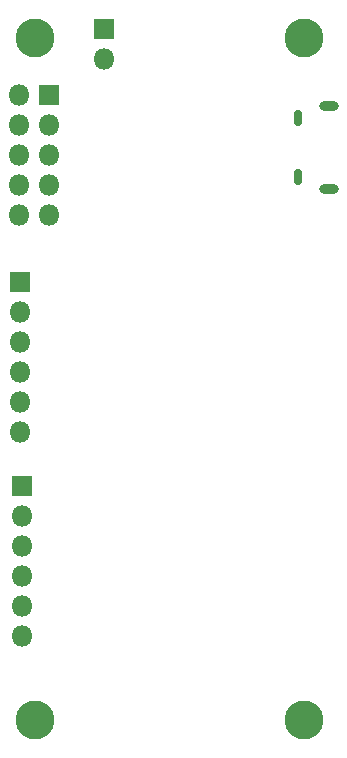
<source format=gbr>
%TF.GenerationSoftware,KiCad,Pcbnew,5.1.5+dfsg1-2build2*%
%TF.CreationDate,2021-11-04T20:17:57+01:00*%
%TF.ProjectId,ebus-esp,65627573-2d65-4737-902e-6b696361645f,rev?*%
%TF.SameCoordinates,Original*%
%TF.FileFunction,Soldermask,Top*%
%TF.FilePolarity,Negative*%
%FSLAX46Y46*%
G04 Gerber Fmt 4.6, Leading zero omitted, Abs format (unit mm)*
G04 Created by KiCad (PCBNEW 5.1.5+dfsg1-2build2) date 2021-11-04 20:17:57*
%MOMM*%
%LPD*%
G04 APERTURE LIST*
%ADD10O,1.800000X1.800000*%
%ADD11R,1.800000X1.800000*%
%ADD12C,3.300000*%
%ADD13O,1.650000X0.875000*%
%ADD14O,0.750000X1.400000*%
G04 APERTURE END LIST*
D10*
%TO.C,J7*%
X99695000Y-101854000D03*
X102235000Y-101854000D03*
X99695000Y-99314000D03*
X102235000Y-99314000D03*
X99695000Y-96774000D03*
X102235000Y-96774000D03*
X99695000Y-94234000D03*
X102235000Y-94234000D03*
X99695000Y-91694000D03*
D11*
X102235000Y-91694000D03*
%TD*%
D12*
%TO.C,H8*%
X101092000Y-144653000D03*
%TD*%
%TO.C,H7*%
X101092000Y-86868000D03*
%TD*%
%TO.C,H6*%
X123825000Y-144653000D03*
%TD*%
%TO.C,H5*%
X123825000Y-86868000D03*
%TD*%
D13*
%TO.C,J2*%
X125984000Y-99639000D03*
X125984000Y-92639000D03*
D14*
X123284000Y-98639000D03*
X123284000Y-93639000D03*
%TD*%
D10*
%TO.C,J6*%
X106934000Y-88646000D03*
D11*
X106934000Y-86106000D03*
%TD*%
D10*
%TO.C,J5*%
X99949000Y-137541000D03*
X99949000Y-135001000D03*
X99949000Y-132461000D03*
X99949000Y-129921000D03*
X99949000Y-127381000D03*
D11*
X99949000Y-124841000D03*
%TD*%
D10*
%TO.C,J4*%
X99822000Y-120269000D03*
X99822000Y-117729000D03*
X99822000Y-115189000D03*
X99822000Y-112649000D03*
X99822000Y-110109000D03*
D11*
X99822000Y-107569000D03*
%TD*%
M02*

</source>
